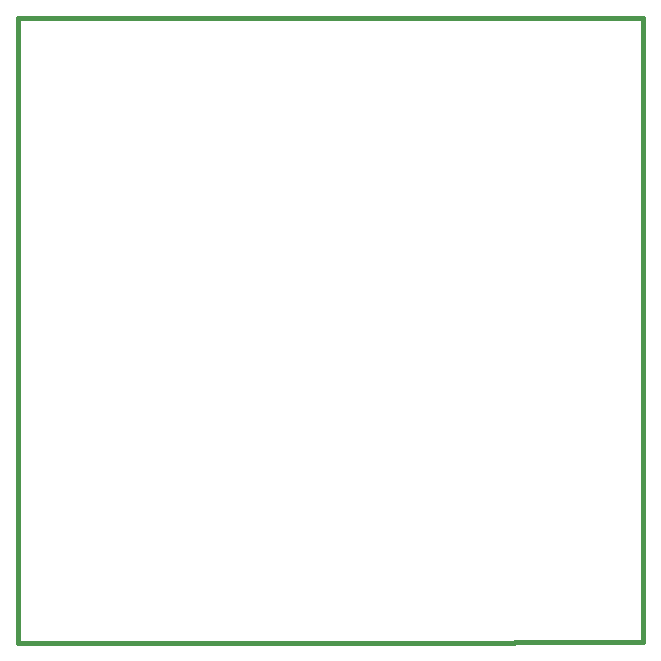
<source format=gm1>
G04*
G04 #@! TF.GenerationSoftware,Altium Limited,Altium Designer,19.1.8 (144)*
G04*
G04 Layer_Color=16711935*
%FSLAX44Y44*%
%MOMM*%
G71*
G01*
G75*
%ADD68C,0.4000*%
D68*
X895250Y415250D02*
X895750Y415750D01*
X475250Y944000D02*
X475250Y415250D01*
X895750Y415750D02*
X1004250D01*
X1004250Y944000D02*
X1004250Y415750D01*
X475250Y944000D02*
X1004250D01*
X475250Y415250D02*
X895250D01*
M02*

</source>
